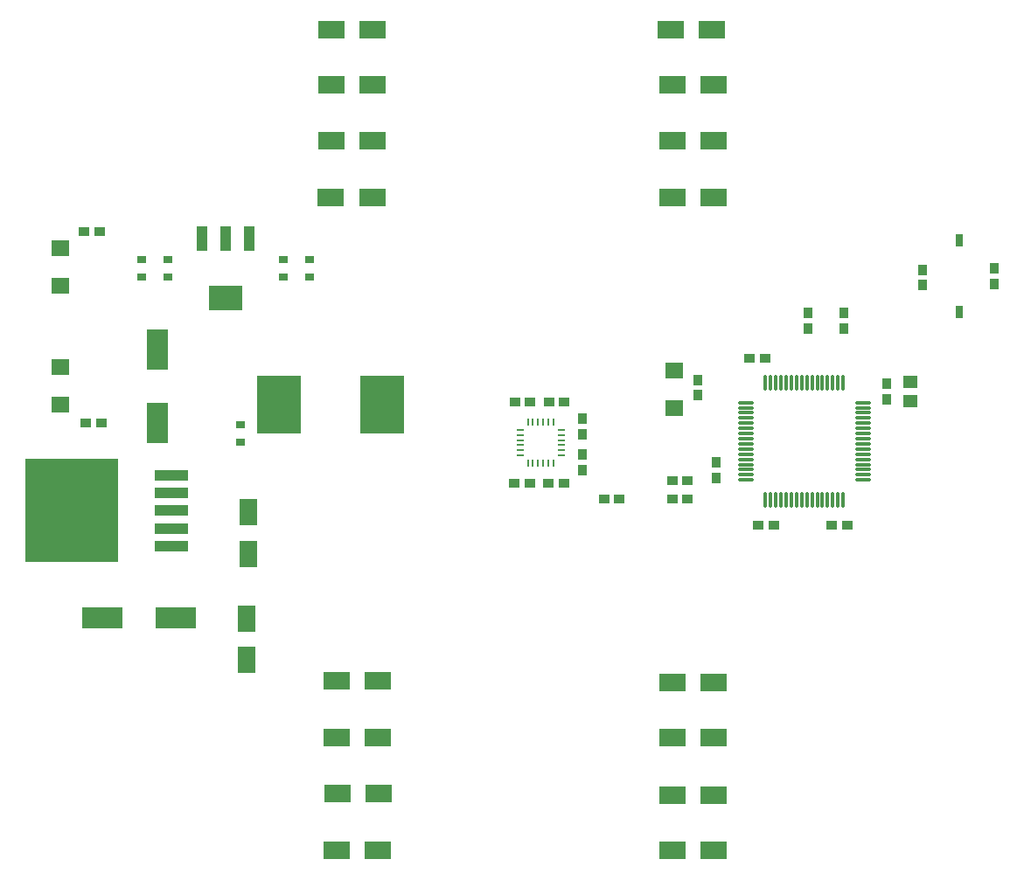
<source format=gtp>
G04*
G04 #@! TF.GenerationSoftware,Altium Limited,Altium Designer,24.1.2 (44)*
G04*
G04 Layer_Color=8421504*
%FSLAX44Y44*%
%MOMM*%
G71*
G04*
G04 #@! TF.SameCoordinates,62CA38D4-F58F-499B-8EE2-8B19808DB9CE*
G04*
G04*
G04 #@! TF.FilePolarity,Positive*
G04*
G01*
G75*
%ADD17R,2.0000X4.0000*%
%ADD18R,4.0000X2.0000*%
%ADD19R,2.5000X1.7000*%
%ADD20R,1.6510X1.5240*%
%ADD21R,1.0000X0.9500*%
%ADD22R,1.4000X1.2000*%
%ADD23R,0.9500X1.0000*%
%ADD24R,0.8000X1.2000*%
%ADD25R,0.8500X0.8000*%
%ADD26R,3.3000X2.4000*%
%ADD27R,1.0000X2.4000*%
G04:AMPARAMS|DCode=28|XSize=1.49mm|YSize=0.28mm|CornerRadius=0.07mm|HoleSize=0mm|Usage=FLASHONLY|Rotation=90.000|XOffset=0mm|YOffset=0mm|HoleType=Round|Shape=RoundedRectangle|*
%AMROUNDEDRECTD28*
21,1,1.4900,0.1400,0,0,90.0*
21,1,1.3500,0.2800,0,0,90.0*
1,1,0.1400,0.0700,0.6750*
1,1,0.1400,0.0700,-0.6750*
1,1,0.1400,-0.0700,-0.6750*
1,1,0.1400,-0.0700,0.6750*
%
%ADD28ROUNDEDRECTD28*%
G04:AMPARAMS|DCode=29|XSize=1.49mm|YSize=0.28mm|CornerRadius=0.07mm|HoleSize=0mm|Usage=FLASHONLY|Rotation=0.000|XOffset=0mm|YOffset=0mm|HoleType=Round|Shape=RoundedRectangle|*
%AMROUNDEDRECTD29*
21,1,1.4900,0.1400,0,0,0.0*
21,1,1.3500,0.2800,0,0,0.0*
1,1,0.1400,0.6750,-0.0700*
1,1,0.1400,-0.6750,-0.0700*
1,1,0.1400,-0.6750,0.0700*
1,1,0.1400,0.6750,0.0700*
%
%ADD29ROUNDEDRECTD29*%
%ADD30R,0.2600X0.7900*%
%ADD31R,0.7900X0.2600*%
%ADD32R,4.2000X5.6000*%
%ADD33R,1.7000X2.5000*%
%ADD34R,9.1000X10.1000*%
%ADD35R,3.2500X1.1000*%
D17*
X137040Y448990D02*
D03*
Y519990D02*
D03*
D18*
X154700Y259700D02*
D03*
X83700D02*
D03*
D19*
X304680Y667370D02*
D03*
X344680D02*
D03*
X305000Y721980D02*
D03*
X345000D02*
D03*
X305000Y776590D02*
D03*
X345000D02*
D03*
X305000Y829930D02*
D03*
X345000D02*
D03*
X310400Y34910D02*
D03*
X350400D02*
D03*
X311350Y89520D02*
D03*
X351350D02*
D03*
X310080Y144130D02*
D03*
X350080D02*
D03*
X310080Y198740D02*
D03*
X350080D02*
D03*
X673930Y829930D02*
D03*
X633930D02*
D03*
X675200Y776590D02*
D03*
X635200D02*
D03*
X675200Y721980D02*
D03*
X635200D02*
D03*
X675200Y667370D02*
D03*
X635200D02*
D03*
X675200Y34910D02*
D03*
X635200D02*
D03*
X675200Y88250D02*
D03*
X635200D02*
D03*
X675520Y144130D02*
D03*
X635520D02*
D03*
X675200Y197470D02*
D03*
X635200D02*
D03*
D20*
X637420Y463662D02*
D03*
Y499730D02*
D03*
X43060Y502778D02*
D03*
Y466710D02*
D03*
Y581772D02*
D03*
Y617840D02*
D03*
D21*
X650120Y393050D02*
D03*
X635120D02*
D03*
X66040Y634350D02*
D03*
X81040D02*
D03*
X635120Y375270D02*
D03*
X650120D02*
D03*
X789940Y349870D02*
D03*
X804940D02*
D03*
X718820D02*
D03*
X733820D02*
D03*
X482480Y390510D02*
D03*
X497480D02*
D03*
X515620D02*
D03*
X530620D02*
D03*
X725050Y511160D02*
D03*
X710050D02*
D03*
X584080Y375270D02*
D03*
X569080D02*
D03*
X497720Y469250D02*
D03*
X482720D02*
D03*
X515740D02*
D03*
X530740D02*
D03*
X67310Y448930D02*
D03*
X82310D02*
D03*
D22*
X865986Y469866D02*
D03*
Y488866D02*
D03*
D23*
X843160Y487030D02*
D03*
Y472030D02*
D03*
X877450Y582400D02*
D03*
Y597400D02*
D03*
X947300Y598670D02*
D03*
Y583670D02*
D03*
X678060Y395710D02*
D03*
Y410710D02*
D03*
X548520Y437740D02*
D03*
Y452740D02*
D03*
Y403330D02*
D03*
Y418330D02*
D03*
X660280Y475720D02*
D03*
Y490720D02*
D03*
X766960Y555490D02*
D03*
Y540490D02*
D03*
X801250D02*
D03*
Y555490D02*
D03*
D24*
X913010Y556170D02*
D03*
Y626170D02*
D03*
D25*
X217050Y446880D02*
D03*
Y429880D02*
D03*
X147200Y607290D02*
D03*
Y590290D02*
D03*
X121800Y607290D02*
D03*
Y590290D02*
D03*
X284360Y607290D02*
D03*
Y590290D02*
D03*
X258960Y607290D02*
D03*
Y590290D02*
D03*
D26*
X203080Y569790D02*
D03*
D27*
X180080Y627790D02*
D03*
X203080D02*
D03*
X226080D02*
D03*
D28*
X725650Y487850D02*
D03*
X730650D02*
D03*
X735650D02*
D03*
X740650D02*
D03*
X745650D02*
D03*
X750650D02*
D03*
X755650D02*
D03*
X760650D02*
D03*
X765650D02*
D03*
X770650D02*
D03*
X775650D02*
D03*
X780650D02*
D03*
X785650D02*
D03*
X790650D02*
D03*
X795650D02*
D03*
X800650D02*
D03*
Y374450D02*
D03*
X795650D02*
D03*
X790650D02*
D03*
X785650D02*
D03*
X780650D02*
D03*
X775650D02*
D03*
X770650D02*
D03*
X765650D02*
D03*
X760650D02*
D03*
X755650D02*
D03*
X750650D02*
D03*
X745650D02*
D03*
X740650D02*
D03*
X735650D02*
D03*
X730650D02*
D03*
X725650D02*
D03*
D29*
X819850Y468650D02*
D03*
Y463650D02*
D03*
Y458650D02*
D03*
Y453650D02*
D03*
Y448650D02*
D03*
Y443650D02*
D03*
Y438650D02*
D03*
Y433650D02*
D03*
Y428650D02*
D03*
Y423650D02*
D03*
Y418650D02*
D03*
Y413650D02*
D03*
Y408650D02*
D03*
Y403650D02*
D03*
Y398650D02*
D03*
Y393650D02*
D03*
X706450D02*
D03*
Y398650D02*
D03*
Y403650D02*
D03*
Y408650D02*
D03*
Y413650D02*
D03*
Y418650D02*
D03*
Y423650D02*
D03*
Y428650D02*
D03*
Y433650D02*
D03*
Y438650D02*
D03*
Y443650D02*
D03*
Y448650D02*
D03*
Y453650D02*
D03*
Y458650D02*
D03*
Y463650D02*
D03*
Y468650D02*
D03*
D30*
X495380Y449580D02*
D03*
X500380D02*
D03*
X505380D02*
D03*
X510380D02*
D03*
X515380D02*
D03*
X520380D02*
D03*
Y410180D02*
D03*
X515380D02*
D03*
X510380D02*
D03*
X505380D02*
D03*
X500380D02*
D03*
X495380D02*
D03*
D31*
X527580Y442380D02*
D03*
Y437380D02*
D03*
Y432380D02*
D03*
Y427380D02*
D03*
Y422380D02*
D03*
Y417380D02*
D03*
X488180D02*
D03*
Y422380D02*
D03*
Y427380D02*
D03*
Y432380D02*
D03*
Y437380D02*
D03*
Y442380D02*
D03*
D32*
X354680Y466710D02*
D03*
X254680D02*
D03*
D33*
X224670Y322250D02*
D03*
Y362250D02*
D03*
X223400Y259380D02*
D03*
Y219380D02*
D03*
D34*
X53510Y363840D02*
D03*
D35*
X150510Y397840D02*
D03*
Y380840D02*
D03*
Y363840D02*
D03*
Y346840D02*
D03*
Y329840D02*
D03*
M02*

</source>
